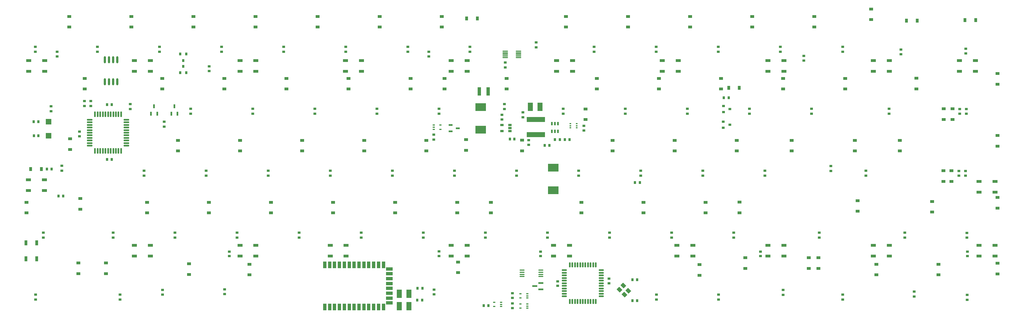
<source format=gbr>
%FSTAX23Y23*%
%MOIN*%
%SFA1B1*%

%IPPOS*%
%AMD46*
4,1,4,-0.036100,0.002800,0.002800,-0.036100,0.036100,-0.002800,-0.002800,0.036100,-0.036100,0.002800,0.0*
%
%ADD11R,0.035429X0.059059*%
%ADD41R,0.027559X0.035433*%
%ADD42R,0.035433X0.027559*%
%ADD43R,0.048031X0.035827*%
%ADD44R,0.035433X0.031496*%
%ADD45R,0.059055X0.102362*%
G04~CAMADD=46~9~0.0~0.0~551.2~472.4~0.0~0.0~0~0.0~0.0~0.0~0.0~0~0.0~0.0~0.0~0.0~0~0.0~0.0~0.0~135.0~722.0~721.0*
%ADD46D46*%
%ADD47O,0.021654X0.068898*%
%ADD48O,0.068898X0.021654*%
%ADD49O,0.021654X0.062992*%
%ADD50O,0.062992X0.021654*%
%ADD51R,0.027559X0.011811*%
%ADD52R,0.035827X0.048031*%
%ADD53R,0.031496X0.035433*%
%ADD54R,0.043307X0.102362*%
%ADD55R,0.023622X0.045275*%
%ADD56R,0.045275X0.023622*%
%ADD57R,0.129921X0.094488*%
%ADD58O,0.023622X0.086614*%
%ADD59O,0.061024X0.013780*%
%ADD60O,0.066929X0.011811*%
%ADD61R,0.019685X0.015748*%
%ADD62R,0.027559X0.015748*%
%ADD63R,0.070866X0.066929*%
%ADD64R,0.059059X0.035429*%
%ADD65R,0.035433X0.031496*%
%ADD66R,0.043307X0.025591*%
%ADD67R,0.224409X0.062992*%
%ADD68R,0.023622X0.043307*%
%ADD69R,0.031496X0.035433*%
%ADD70R,0.039370X0.078740*%
%ADD71R,0.078740X0.039370*%
%ADD72R,0.059055X0.023622*%
%LNquadcube_65_pcb_paste_bot-1*%
%LPD*%
G54D11*
X04612Y06075D03*
X04742D03*
X04612Y05882D03*
X04742D03*
G54D41*
X11968Y06804D03*
X12027D03*
X09401Y05523D03*
X09342D03*
X09398Y05382D03*
X09339D03*
X05004Y06641D03*
X05063D03*
X04923Y06968D03*
X04864D03*
X13042Y0783D03*
X13101D03*
X11121Y07323D03*
X1118D03*
X11002D03*
X11062D03*
G54D42*
X11351Y07433D03*
Y07492D03*
X07011Y05512D03*
Y05453D03*
X06263Y05505D03*
Y05446D03*
X0575D03*
Y05387D03*
X06826Y08153D03*
Y08212D03*
X10401Y08257D03*
Y08198D03*
X10487Y05283D03*
Y05342D03*
X15891Y07636D03*
Y07695D03*
X14477Y08446D03*
Y08386D03*
X10487Y05406D03*
Y05465D03*
X06281Y07541D03*
Y07482D03*
X05394Y07731D03*
Y0779D03*
X05317Y07731D03*
Y0779D03*
X15881Y06886D03*
Y06945D03*
X10363Y07566D03*
Y07625D03*
X09537Y07384D03*
Y07325D03*
X14758Y06946D03*
Y06886D03*
X14336Y07004D03*
Y06945D03*
X1376Y05504D03*
Y05445D03*
X12977Y05446D03*
Y05386D03*
X04727Y05446D03*
Y05386D03*
X05665Y06196D03*
Y06136D03*
X04821Y06196D03*
Y06136D03*
X05045Y07008D03*
Y06949D03*
X14477Y05446D03*
Y05386D03*
X15343Y05483D03*
Y05424D03*
X15227Y06196D03*
Y06136D03*
X14196Y06196D03*
Y06136D03*
X12227Y05446D03*
Y05386D03*
X09543Y05509D03*
Y0545D03*
X15038Y07696D03*
Y07636D03*
X15979Y06195D03*
Y06136D03*
X15981Y05443D03*
Y05384D03*
X10163Y06196D03*
Y06136D03*
X09413Y06196D03*
Y06136D03*
X06413Y06196D03*
Y06136D03*
X07163Y06196D03*
Y06136D03*
X08663Y06196D03*
Y06136D03*
X07913Y06196D03*
Y06136D03*
X10913Y06196D03*
Y06136D03*
X11663Y06196D03*
Y06136D03*
X12413Y06196D03*
Y06136D03*
X13163Y06196D03*
Y06136D03*
X12601Y07696D03*
Y07636D03*
X13351Y07696D03*
Y07636D03*
X14101Y07696D03*
Y07636D03*
X12226Y08446D03*
Y08386D03*
X12976Y08446D03*
Y08386D03*
X13726Y08446D03*
Y08386D03*
X12788Y06946D03*
Y06886D03*
X13538Y06946D03*
Y06886D03*
X12038Y06946D03*
Y06886D03*
X11288Y06946D03*
Y06886D03*
X04915Y07728D03*
Y07669D03*
X08101Y07696D03*
Y07636D03*
X08851Y07696D03*
Y07636D03*
X07351Y07696D03*
Y07636D03*
X06601Y07696D03*
Y07636D03*
X06788Y06946D03*
Y06886D03*
X07538Y06946D03*
Y06886D03*
X06038Y06946D03*
Y06886D03*
X09226Y08446D03*
Y08386D03*
X08476Y08446D03*
Y08386D03*
X06976Y08446D03*
Y08386D03*
X08288Y06946D03*
Y06886D03*
X09038Y06946D03*
Y06886D03*
X10538Y06946D03*
Y06886D03*
X09788Y06946D03*
Y06886D03*
X05871Y07754D03*
Y07695D03*
X09601Y07696D03*
Y07636D03*
X10392Y07754D03*
Y07695D03*
X11851Y07696D03*
Y07636D03*
X11101Y07696D03*
Y07636D03*
X11476Y08446D03*
Y08386D03*
X10776Y085D03*
Y08441D03*
X09976Y08446D03*
Y08386D03*
X07726Y08446D03*
Y08386D03*
X06226Y08446D03*
Y08386D03*
X05476Y08446D03*
Y08386D03*
X04726Y08446D03*
Y08386D03*
X10615Y07654D03*
Y07595D03*
X15972Y07695D03*
Y07636D03*
X15962Y06945D03*
Y06886D03*
X15182Y08415D03*
Y08356D03*
X15964Y08425D03*
Y08366D03*
G54D43*
X14625Y07315D03*
Y07186D03*
X14658Y06585D03*
Y06456D03*
X14185Y05765D03*
Y05894D03*
X12747Y0581D03*
Y05681D03*
X14886Y05815D03*
Y05686D03*
X09833Y05842D03*
Y05714D03*
X07311Y05815D03*
Y05686D03*
X15806Y07696D03*
Y07567D03*
X15697Y07696D03*
Y07567D03*
X14821Y08904D03*
Y08776D03*
X15792Y06946D03*
Y06817D03*
X15694Y06946D03*
Y06817D03*
X04617Y06565D03*
Y06436D03*
X15167Y07315D03*
Y07186D03*
X14067Y05894D03*
Y05765D03*
X13301Y05894D03*
Y05765D03*
X06581Y0582D03*
Y05691D03*
X05578Y05831D03*
Y05702D03*
X06074Y06565D03*
Y06436D03*
X05246Y0583D03*
Y05701D03*
X05145Y07333D03*
Y07204D03*
X15636Y05815D03*
Y05686D03*
X15558Y06575D03*
Y06446D03*
X15369Y08066D03*
Y07937D03*
X16348Y06624D03*
Y06495D03*
X1635Y05826D03*
Y05697D03*
X10229Y06565D03*
Y06436D03*
X09822Y06565D03*
Y06436D03*
X06822Y06565D03*
Y06436D03*
X07572Y06565D03*
Y06436D03*
X09072Y06565D03*
Y06436D03*
X08322Y06565D03*
Y06436D03*
X11322Y06565D03*
Y06436D03*
X12072Y06565D03*
Y06436D03*
X12822Y06565D03*
Y06436D03*
X13231Y06566D03*
Y06437D03*
X1226Y08065D03*
Y07936D03*
X1301Y08065D03*
Y07936D03*
X1376Y08065D03*
Y07936D03*
X1451Y08065D03*
Y07936D03*
X12635Y08815D03*
Y08686D03*
X13385Y08815D03*
Y08686D03*
X14135Y08815D03*
Y08686D03*
X13197Y07315D03*
Y07186D03*
X13862Y07315D03*
Y07186D03*
X12447Y07315D03*
Y07186D03*
X11697Y07315D03*
Y07186D03*
X05322Y08065D03*
Y07936D03*
X0851Y08065D03*
Y07936D03*
X0926Y08065D03*
Y07936D03*
X0776Y08065D03*
Y07936D03*
X0701Y08065D03*
Y07936D03*
X07197Y07315D03*
Y07186D03*
X07947Y07315D03*
Y07186D03*
X06447Y07315D03*
Y07186D03*
X09635Y08815D03*
Y08686D03*
X08885Y08815D03*
Y08686D03*
X07385Y08815D03*
Y08686D03*
X08697Y07315D03*
Y07186D03*
X09929Y07323D03*
Y07194D03*
X0626Y08065D03*
Y07936D03*
X09668Y08065D03*
Y07936D03*
X10419Y08065D03*
Y07936D03*
X1151Y08065D03*
Y07936D03*
X11885Y08815D03*
Y08686D03*
X11135Y08815D03*
Y08686D03*
X08135Y08815D03*
Y08686D03*
X06635Y08815D03*
Y08686D03*
X05885Y08815D03*
Y08686D03*
X05135Y08815D03*
Y08686D03*
X10604Y07316D03*
Y07187D03*
X11371Y07566D03*
Y07695D03*
X09447Y07315D03*
Y07186D03*
X05267Y06611D03*
Y06482D03*
X16349Y08123D03*
Y07994D03*
X16347Y07374D03*
Y07245D03*
G54D44*
X11035Y05554D03*
Y05609D03*
X11655Y0564D03*
Y05585D03*
X10685Y07262D03*
Y07317D03*
X07069Y05969D03*
Y05914D03*
X13484Y05969D03*
Y05914D03*
X09603Y05915D03*
Y0597D03*
X05258Y0742D03*
Y07365D03*
X1083Y05969D03*
Y05914D03*
X0499Y08386D03*
Y08331D03*
X09479Y08386D03*
Y08331D03*
X15985Y05969D03*
Y05914D03*
X14008Y08281D03*
Y08336D03*
G54D45*
X10823Y07721D03*
X10705D03*
X09122Y05459D03*
X0924D03*
X09122Y05307D03*
X0924D03*
G54D46*
X11889Y05495D03*
X11828Y05556D03*
X11781Y05508D03*
X11842Y05447D03*
G54D47*
X05446Y07186D03*
X05478D03*
X05509D03*
X05541D03*
X05572D03*
X05604D03*
X05635D03*
X05667D03*
X05698D03*
X0573D03*
X05761D03*
Y0763D03*
X0573D03*
X05698D03*
X05667D03*
X05635D03*
X05604D03*
X05572D03*
X05541D03*
X05509D03*
X05478D03*
X05446D03*
G54D48*
X05826Y0725D03*
Y07282D03*
Y07313D03*
Y07345D03*
Y07376D03*
Y07408D03*
Y07439D03*
Y07471D03*
Y07502D03*
Y07534D03*
Y07565D03*
X05381D03*
Y07534D03*
Y07502D03*
Y07471D03*
Y07439D03*
Y07408D03*
Y07376D03*
Y07345D03*
Y07313D03*
Y07282D03*
Y0725D03*
G54D49*
X11181Y05363D03*
X11212D03*
X11244D03*
X11275D03*
X11307D03*
X11338D03*
X1137D03*
X11401D03*
X11433D03*
X11464D03*
X11496D03*
Y05808D03*
X11464D03*
X11433D03*
X11401D03*
X1137D03*
X11338D03*
X11307D03*
X11275D03*
X11244D03*
X11212D03*
X11181D03*
G54D50*
X11561Y05428D03*
Y05459D03*
Y05491D03*
Y05522D03*
Y05554D03*
Y05585D03*
Y05617D03*
Y05648D03*
Y0568D03*
Y05711D03*
Y05743D03*
X11116D03*
Y05711D03*
Y0568D03*
Y05648D03*
Y05617D03*
Y05585D03*
Y05554D03*
Y05522D03*
Y05491D03*
Y05459D03*
Y05428D03*
G54D51*
X1027Y05355D03*
Y05304D03*
X10351D03*
Y05329D03*
Y05355D03*
X10586Y05334D03*
Y05283D03*
X10667D03*
Y05309D03*
Y05334D03*
X10586Y05457D03*
Y05406D03*
X10667D03*
Y05432D03*
Y05457D03*
G54D52*
X04799Y06968D03*
X0467D03*
X13101Y07952D03*
X1323D03*
X10065Y08791D03*
X09936D03*
X15378Y08763D03*
X15249D03*
X16085Y08772D03*
X15956D03*
G54D53*
X04706Y0754D03*
X04761D03*
X04707Y07371D03*
X04762D03*
X05592Y07085D03*
X05647D03*
Y07746D03*
X05592D03*
X10457Y07331D03*
X10512D03*
X10879Y07254D03*
X10935D03*
X11995Y05626D03*
X11939D03*
Y05374D03*
X11995D03*
X10143Y05315D03*
X10198D03*
G54D54*
X1009Y07909D03*
X10196D03*
G54D55*
X0616Y07728D03*
X06123Y07639D03*
X06197D03*
X06404Y07728D03*
X06367Y07639D03*
X06441D03*
G54D56*
X0983Y07462D03*
X09742Y075D03*
Y07425D03*
G54D57*
X10982Y06985D03*
Y06711D03*
X10106Y07719D03*
Y07445D03*
G54D58*
X05564Y08292D03*
X05614D03*
X05664D03*
X05714D03*
X05564Y08024D03*
X05614D03*
X05664D03*
X05714D03*
G54D59*
X10832Y05743D03*
Y05717D03*
Y05691D03*
Y05666D03*
X10606Y05743D03*
Y05717D03*
Y05691D03*
Y05666D03*
G54D60*
X10562Y08395D03*
Y08375D03*
Y08356D03*
Y08336D03*
Y08316D03*
X10401Y08395D03*
Y08375D03*
Y08356D03*
Y08336D03*
Y08316D03*
G54D61*
X11265Y07517D03*
Y07492D03*
Y07466D03*
X1119D03*
Y07492D03*
Y07517D03*
G54D62*
X09618Y07448D03*
Y075D03*
X09537D03*
Y07474D03*
Y07448D03*
G54D63*
X04884Y07371D03*
Y0754D03*
G54D64*
X16317Y06818D03*
Y06688D03*
X16124Y06818D03*
Y06688D03*
X06114Y06044D03*
Y05914D03*
X05922Y06044D03*
Y05914D03*
X07197D03*
Y06044D03*
X0739Y05914D03*
Y06044D03*
X0848D03*
Y05914D03*
X08287Y06044D03*
Y05914D03*
X09748D03*
Y06044D03*
X09941Y05914D03*
Y06044D03*
X11177D03*
Y05914D03*
X10984Y06044D03*
Y05914D03*
X12476D03*
Y06044D03*
X12668Y05914D03*
Y06044D03*
X13767D03*
Y05914D03*
X13574Y06044D03*
Y05914D03*
X14849D03*
Y06044D03*
X15042Y05914D03*
Y06044D03*
X16317D03*
Y05914D03*
X16125Y06044D03*
Y05914D03*
X15888Y08151D03*
Y08281D03*
X16081Y08151D03*
Y08281D03*
X15042D03*
Y08151D03*
X14849Y08281D03*
Y08151D03*
X13574D03*
Y08281D03*
X13767Y08151D03*
Y08281D03*
X12491D03*
Y08151D03*
X12298Y08281D03*
Y08151D03*
X11023D03*
Y08281D03*
X11216Y08151D03*
Y08281D03*
X09941D03*
Y08151D03*
X09748Y08281D03*
Y08151D03*
X08472D03*
Y08281D03*
X08665Y08151D03*
Y08281D03*
X0739D03*
Y08151D03*
X07197Y08281D03*
Y08151D03*
X05922D03*
Y08281D03*
X06114Y08151D03*
Y08281D03*
X04839D03*
Y08151D03*
X04646Y08281D03*
Y08151D03*
X04835Y06838D03*
Y06708D03*
X04642Y06838D03*
Y06708D03*
G54D65*
X13115Y07503D03*
X13036Y07541D03*
Y07466D03*
X13116Y07693D03*
X13037Y07731D03*
Y07656D03*
G54D66*
X10457Y075D03*
Y07463D03*
Y07426D03*
X10363D03*
Y075D03*
G54D67*
X10771Y07384D03*
Y07569D03*
G54D68*
X10965Y07517D03*
X11002D03*
X1104D03*
Y07423D03*
X11002D03*
X10965D03*
G54D69*
X06549Y08133D03*
X06474D03*
Y08361D03*
X06549D03*
X06511Y08282D03*
Y08212D03*
G54D70*
X08222Y05809D03*
X08281D03*
X08931D03*
X08399D03*
X0834D03*
X08576D03*
X08635D03*
X08517D03*
X08458D03*
X08694D03*
X08753D03*
X08872D03*
X08812D03*
Y05297D03*
X08872D03*
X08753D03*
X08694D03*
X08458D03*
X08517D03*
X08635D03*
X08576D03*
X0834D03*
X08399D03*
X08931D03*
X08281D03*
X08222D03*
G54D71*
X09003Y05405D03*
Y05346D03*
Y05523D03*
Y05582D03*
Y05759D03*
Y057D03*
Y05641D03*
Y05464D03*
G54D72*
X10833Y05587D03*
Y05512D03*
X10758Y0555D03*
M02*
</source>
